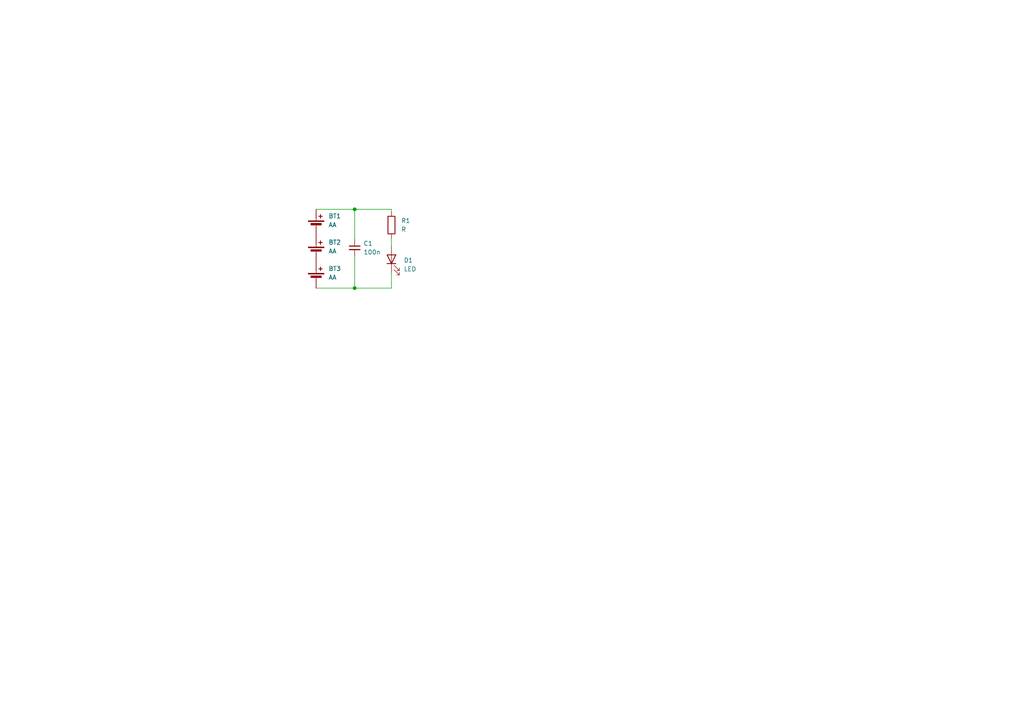
<source format=kicad_sch>
(kicad_sch (version 20230121) (generator eeschema)

  (uuid 324020b8-73e7-456e-ad5d-8b000e0f0795)

  (paper "A4")

  (lib_symbols
    (symbol "Device:Battery_Cell" (pin_numbers hide) (pin_names (offset 0) hide) (in_bom yes) (on_board yes)
      (property "Reference" "BT" (at 2.54 2.54 0)
        (effects (font (size 1.27 1.27)) (justify left))
      )
      (property "Value" "Battery_Cell" (at 2.54 0 0)
        (effects (font (size 1.27 1.27)) (justify left))
      )
      (property "Footprint" "" (at 0 1.524 90)
        (effects (font (size 1.27 1.27)) hide)
      )
      (property "Datasheet" "~" (at 0 1.524 90)
        (effects (font (size 1.27 1.27)) hide)
      )
      (property "ki_keywords" "battery cell" (at 0 0 0)
        (effects (font (size 1.27 1.27)) hide)
      )
      (property "ki_description" "Single-cell battery" (at 0 0 0)
        (effects (font (size 1.27 1.27)) hide)
      )
      (symbol "Battery_Cell_0_1"
        (rectangle (start -2.286 1.778) (end 2.286 1.524)
          (stroke (width 0) (type default))
          (fill (type outline))
        )
        (rectangle (start -1.524 1.016) (end 1.524 0.508)
          (stroke (width 0) (type default))
          (fill (type outline))
        )
        (polyline
          (pts
            (xy 0 0.762)
            (xy 0 0)
          )
          (stroke (width 0) (type default))
          (fill (type none))
        )
        (polyline
          (pts
            (xy 0 1.778)
            (xy 0 2.54)
          )
          (stroke (width 0) (type default))
          (fill (type none))
        )
        (polyline
          (pts
            (xy 0.762 3.048)
            (xy 1.778 3.048)
          )
          (stroke (width 0.254) (type default))
          (fill (type none))
        )
        (polyline
          (pts
            (xy 1.27 3.556)
            (xy 1.27 2.54)
          )
          (stroke (width 0.254) (type default))
          (fill (type none))
        )
      )
      (symbol "Battery_Cell_1_1"
        (pin passive line (at 0 5.08 270) (length 2.54)
          (name "+" (effects (font (size 1.27 1.27))))
          (number "1" (effects (font (size 1.27 1.27))))
        )
        (pin passive line (at 0 -2.54 90) (length 2.54)
          (name "-" (effects (font (size 1.27 1.27))))
          (number "2" (effects (font (size 1.27 1.27))))
        )
      )
    )
    (symbol "Device:C_Small" (pin_numbers hide) (pin_names (offset 0.254) hide) (in_bom yes) (on_board yes)
      (property "Reference" "C" (at 0.254 1.778 0)
        (effects (font (size 1.27 1.27)) (justify left))
      )
      (property "Value" "C_Small" (at 0.254 -2.032 0)
        (effects (font (size 1.27 1.27)) (justify left))
      )
      (property "Footprint" "" (at 0 0 0)
        (effects (font (size 1.27 1.27)) hide)
      )
      (property "Datasheet" "~" (at 0 0 0)
        (effects (font (size 1.27 1.27)) hide)
      )
      (property "ki_keywords" "capacitor cap" (at 0 0 0)
        (effects (font (size 1.27 1.27)) hide)
      )
      (property "ki_description" "Unpolarized capacitor, small symbol" (at 0 0 0)
        (effects (font (size 1.27 1.27)) hide)
      )
      (property "ki_fp_filters" "C_*" (at 0 0 0)
        (effects (font (size 1.27 1.27)) hide)
      )
      (symbol "C_Small_0_1"
        (polyline
          (pts
            (xy -1.524 -0.508)
            (xy 1.524 -0.508)
          )
          (stroke (width 0.3302) (type default))
          (fill (type none))
        )
        (polyline
          (pts
            (xy -1.524 0.508)
            (xy 1.524 0.508)
          )
          (stroke (width 0.3048) (type default))
          (fill (type none))
        )
      )
      (symbol "C_Small_1_1"
        (pin passive line (at 0 2.54 270) (length 2.032)
          (name "~" (effects (font (size 1.27 1.27))))
          (number "1" (effects (font (size 1.27 1.27))))
        )
        (pin passive line (at 0 -2.54 90) (length 2.032)
          (name "~" (effects (font (size 1.27 1.27))))
          (number "2" (effects (font (size 1.27 1.27))))
        )
      )
    )
    (symbol "Device:LED" (pin_numbers hide) (pin_names (offset 1.016) hide) (in_bom yes) (on_board yes)
      (property "Reference" "D" (at 0 2.54 0)
        (effects (font (size 1.27 1.27)))
      )
      (property "Value" "LED" (at 0 -2.54 0)
        (effects (font (size 1.27 1.27)))
      )
      (property "Footprint" "" (at 0 0 0)
        (effects (font (size 1.27 1.27)) hide)
      )
      (property "Datasheet" "~" (at 0 0 0)
        (effects (font (size 1.27 1.27)) hide)
      )
      (property "ki_keywords" "LED diode" (at 0 0 0)
        (effects (font (size 1.27 1.27)) hide)
      )
      (property "ki_description" "Light emitting diode" (at 0 0 0)
        (effects (font (size 1.27 1.27)) hide)
      )
      (property "ki_fp_filters" "LED* LED_SMD:* LED_THT:*" (at 0 0 0)
        (effects (font (size 1.27 1.27)) hide)
      )
      (symbol "LED_0_1"
        (polyline
          (pts
            (xy -1.27 -1.27)
            (xy -1.27 1.27)
          )
          (stroke (width 0.254) (type default))
          (fill (type none))
        )
        (polyline
          (pts
            (xy -1.27 0)
            (xy 1.27 0)
          )
          (stroke (width 0) (type default))
          (fill (type none))
        )
        (polyline
          (pts
            (xy 1.27 -1.27)
            (xy 1.27 1.27)
            (xy -1.27 0)
            (xy 1.27 -1.27)
          )
          (stroke (width 0.254) (type default))
          (fill (type none))
        )
        (polyline
          (pts
            (xy -3.048 -0.762)
            (xy -4.572 -2.286)
            (xy -3.81 -2.286)
            (xy -4.572 -2.286)
            (xy -4.572 -1.524)
          )
          (stroke (width 0) (type default))
          (fill (type none))
        )
        (polyline
          (pts
            (xy -1.778 -0.762)
            (xy -3.302 -2.286)
            (xy -2.54 -2.286)
            (xy -3.302 -2.286)
            (xy -3.302 -1.524)
          )
          (stroke (width 0) (type default))
          (fill (type none))
        )
      )
      (symbol "LED_1_1"
        (pin passive line (at -3.81 0 0) (length 2.54)
          (name "K" (effects (font (size 1.27 1.27))))
          (number "1" (effects (font (size 1.27 1.27))))
        )
        (pin passive line (at 3.81 0 180) (length 2.54)
          (name "A" (effects (font (size 1.27 1.27))))
          (number "2" (effects (font (size 1.27 1.27))))
        )
      )
    )
    (symbol "Device:R" (pin_numbers hide) (pin_names (offset 0)) (in_bom yes) (on_board yes)
      (property "Reference" "R" (at 2.032 0 90)
        (effects (font (size 1.27 1.27)))
      )
      (property "Value" "R" (at 0 0 90)
        (effects (font (size 1.27 1.27)))
      )
      (property "Footprint" "" (at -1.778 0 90)
        (effects (font (size 1.27 1.27)) hide)
      )
      (property "Datasheet" "~" (at 0 0 0)
        (effects (font (size 1.27 1.27)) hide)
      )
      (property "ki_keywords" "R res resistor" (at 0 0 0)
        (effects (font (size 1.27 1.27)) hide)
      )
      (property "ki_description" "Resistor" (at 0 0 0)
        (effects (font (size 1.27 1.27)) hide)
      )
      (property "ki_fp_filters" "R_*" (at 0 0 0)
        (effects (font (size 1.27 1.27)) hide)
      )
      (symbol "R_0_1"
        (rectangle (start -1.016 -2.54) (end 1.016 2.54)
          (stroke (width 0.254) (type default))
          (fill (type none))
        )
      )
      (symbol "R_1_1"
        (pin passive line (at 0 3.81 270) (length 1.27)
          (name "~" (effects (font (size 1.27 1.27))))
          (number "1" (effects (font (size 1.27 1.27))))
        )
        (pin passive line (at 0 -3.81 90) (length 1.27)
          (name "~" (effects (font (size 1.27 1.27))))
          (number "2" (effects (font (size 1.27 1.27))))
        )
      )
    )
  )

  (junction (at 102.87 60.706) (diameter 0) (color 0 0 0 0)
    (uuid 20666d97-b2f6-4c8d-b8c9-5928952c3ae2)
  )
  (junction (at 102.87 83.566) (diameter 0) (color 0 0 0 0)
    (uuid ca6d2b4b-6e87-4d9f-8695-6b9c14385849)
  )

  (wire (pts (xy 102.87 60.706) (xy 102.87 69.342))
    (stroke (width 0) (type default))
    (uuid 12379f28-a9e2-42a1-b21e-3a6fe41f802c)
  )
  (wire (pts (xy 113.538 83.566) (xy 113.538 78.994))
    (stroke (width 0) (type default))
    (uuid 60a9c525-ba3c-4f80-a296-ac75eb8bd79c)
  )
  (wire (pts (xy 102.87 83.566) (xy 113.538 83.566))
    (stroke (width 0) (type default))
    (uuid 69b8bb48-2a86-45f1-807d-29097b726154)
  )
  (wire (pts (xy 113.538 61.468) (xy 113.538 60.706))
    (stroke (width 0) (type default))
    (uuid 6b66a605-eacf-44cc-a875-7182fc63cc53)
  )
  (wire (pts (xy 91.694 83.566) (xy 102.87 83.566))
    (stroke (width 0) (type default))
    (uuid 756415f4-6775-420c-b3cb-f04a4f5b227d)
  )
  (wire (pts (xy 102.87 60.706) (xy 113.538 60.706))
    (stroke (width 0) (type default))
    (uuid 86df429c-22a6-4b99-b989-6566846d39b8)
  )
  (wire (pts (xy 113.538 71.374) (xy 113.538 69.088))
    (stroke (width 0) (type default))
    (uuid 947b88db-e388-4ac6-bebf-4e91153c5d22)
  )
  (wire (pts (xy 102.87 74.422) (xy 102.87 83.566))
    (stroke (width 0) (type default))
    (uuid c5d17714-ba01-4a5c-83fa-44efcf9c5292)
  )
  (wire (pts (xy 102.87 60.706) (xy 91.694 60.706))
    (stroke (width 0) (type default))
    (uuid d14c7d4e-1a70-446f-9028-f16d9d7da3f0)
  )

  (symbol (lib_id "Device:Battery_Cell") (at 91.694 65.786 0) (unit 1)
    (in_bom yes) (on_board yes) (dnp no) (fields_autoplaced)
    (uuid 2cdea2b0-51d7-43b9-9262-2340ce5d1788)
    (property "Reference" "BT1" (at 95.25 62.6745 0)
      (effects (font (size 1.27 1.27)) (justify left))
    )
    (property "Value" "AA" (at 95.25 65.2145 0)
      (effects (font (size 1.27 1.27)) (justify left))
    )
    (property "Footprint" "" (at 91.694 64.262 90)
      (effects (font (size 1.27 1.27)) hide)
    )
    (property "Datasheet" "~" (at 91.694 64.262 90)
      (effects (font (size 1.27 1.27)) hide)
    )
    (pin "1" (uuid eaf41d5c-0057-4fd1-ace4-a42a664be2c1))
    (pin "2" (uuid 895310f4-cdd3-415e-8ee1-da8634c210cf))
    (instances
      (project "Test_1"
        (path "/324020b8-73e7-456e-ad5d-8b000e0f0795"
          (reference "BT1") (unit 1)
        )
      )
    )
  )

  (symbol (lib_id "Device:LED") (at 113.538 75.184 90) (unit 1)
    (in_bom yes) (on_board yes) (dnp no) (fields_autoplaced)
    (uuid 670a9f9c-c27a-4929-948c-1a29791d1b14)
    (property "Reference" "D1" (at 117.094 75.5015 90)
      (effects (font (size 1.27 1.27)) (justify right))
    )
    (property "Value" "LED" (at 117.094 78.0415 90)
      (effects (font (size 1.27 1.27)) (justify right))
    )
    (property "Footprint" "" (at 113.538 75.184 0)
      (effects (font (size 1.27 1.27)) hide)
    )
    (property "Datasheet" "~" (at 113.538 75.184 0)
      (effects (font (size 1.27 1.27)) hide)
    )
    (pin "2" (uuid a62e91e1-3902-4d3a-9ff4-5840525f97b2))
    (pin "1" (uuid f145bd93-7074-4bdd-b365-2a87cfa7e769))
    (instances
      (project "Test_1"
        (path "/324020b8-73e7-456e-ad5d-8b000e0f0795"
          (reference "D1") (unit 1)
        )
      )
    )
  )

  (symbol (lib_id "Device:Battery_Cell") (at 91.694 73.406 0) (unit 1)
    (in_bom yes) (on_board yes) (dnp no) (fields_autoplaced)
    (uuid 6d6faca2-7045-4ffe-b0fe-1c34dd104206)
    (property "Reference" "BT2" (at 95.25 70.2945 0)
      (effects (font (size 1.27 1.27)) (justify left))
    )
    (property "Value" "AA" (at 95.25 72.8345 0)
      (effects (font (size 1.27 1.27)) (justify left))
    )
    (property "Footprint" "" (at 91.694 71.882 90)
      (effects (font (size 1.27 1.27)) hide)
    )
    (property "Datasheet" "~" (at 91.694 71.882 90)
      (effects (font (size 1.27 1.27)) hide)
    )
    (pin "1" (uuid bf324445-bd06-411f-8bca-15c2a720b803))
    (pin "2" (uuid 1eecc508-268d-4cd8-bf35-df101eff4b1b))
    (instances
      (project "Test_1"
        (path "/324020b8-73e7-456e-ad5d-8b000e0f0795"
          (reference "BT2") (unit 1)
        )
      )
    )
  )

  (symbol (lib_id "Device:C_Small") (at 102.87 71.882 0) (unit 1)
    (in_bom yes) (on_board yes) (dnp no) (fields_autoplaced)
    (uuid 752a2df1-9ffa-4c25-9663-06fa05504b03)
    (property "Reference" "C1" (at 105.41 70.6183 0)
      (effects (font (size 1.27 1.27)) (justify left))
    )
    (property "Value" "100n" (at 105.41 73.1583 0)
      (effects (font (size 1.27 1.27)) (justify left))
    )
    (property "Footprint" "" (at 102.87 71.882 0)
      (effects (font (size 1.27 1.27)) hide)
    )
    (property "Datasheet" "~" (at 102.87 71.882 0)
      (effects (font (size 1.27 1.27)) hide)
    )
    (pin "2" (uuid c1f3f97f-0c43-485a-a51c-4e2be79d2a17))
    (pin "1" (uuid 58b3d726-f995-4670-ba92-430bc0059785))
    (instances
      (project "Test_1"
        (path "/324020b8-73e7-456e-ad5d-8b000e0f0795"
          (reference "C1") (unit 1)
        )
      )
    )
  )

  (symbol (lib_id "Device:Battery_Cell") (at 91.694 81.026 0) (unit 1)
    (in_bom yes) (on_board yes) (dnp no) (fields_autoplaced)
    (uuid ac39dcca-9b60-43be-9ea7-73300041cdaf)
    (property "Reference" "BT3" (at 95.25 77.9145 0)
      (effects (font (size 1.27 1.27)) (justify left))
    )
    (property "Value" "AA" (at 95.25 80.4545 0)
      (effects (font (size 1.27 1.27)) (justify left))
    )
    (property "Footprint" "" (at 91.694 79.502 90)
      (effects (font (size 1.27 1.27)) hide)
    )
    (property "Datasheet" "~" (at 91.694 79.502 90)
      (effects (font (size 1.27 1.27)) hide)
    )
    (pin "1" (uuid db31a75e-0d22-464c-a438-d111cd46901e))
    (pin "2" (uuid c80515d2-e930-4892-a556-76278d025855))
    (instances
      (project "Test_1"
        (path "/324020b8-73e7-456e-ad5d-8b000e0f0795"
          (reference "BT3") (unit 1)
        )
      )
    )
  )

  (symbol (lib_id "Device:R") (at 113.538 65.278 0) (unit 1)
    (in_bom yes) (on_board yes) (dnp no) (fields_autoplaced)
    (uuid d47e76e3-6690-47c4-bbfb-f180127a63d4)
    (property "Reference" "R1" (at 116.332 64.008 0)
      (effects (font (size 1.27 1.27)) (justify left))
    )
    (property "Value" "R" (at 116.332 66.548 0)
      (effects (font (size 1.27 1.27)) (justify left))
    )
    (property "Footprint" "" (at 111.76 65.278 90)
      (effects (font (size 1.27 1.27)) hide)
    )
    (property "Datasheet" "~" (at 113.538 65.278 0)
      (effects (font (size 1.27 1.27)) hide)
    )
    (pin "2" (uuid 1dfe1e6a-8b95-4185-a680-6a7f7493505a))
    (pin "1" (uuid b4e0538e-5e14-4785-afd6-618a2b2a60bf))
    (instances
      (project "Test_1"
        (path "/324020b8-73e7-456e-ad5d-8b000e0f0795"
          (reference "R1") (unit 1)
        )
      )
    )
  )

  (sheet_instances
    (path "/" (page "1"))
  )
)

</source>
